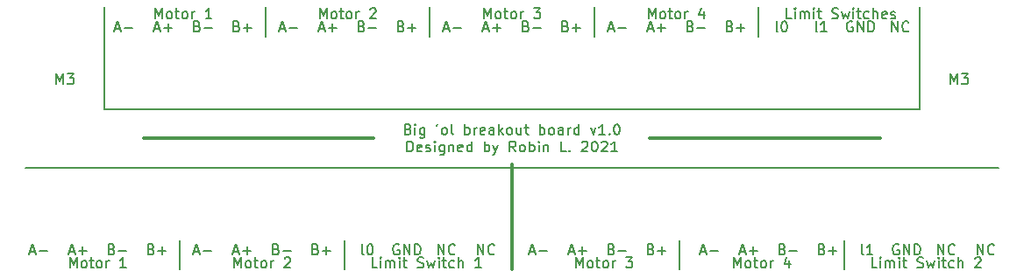
<source format=gto>
G04 #@! TF.GenerationSoftware,KiCad,Pcbnew,(5.1.9)-1*
G04 #@! TF.CreationDate,2021-10-13T12:16:08-04:00*
G04 #@! TF.ProjectId,doublemag-breakout-big,646f7562-6c65-46d6-9167-2d627265616b,rev?*
G04 #@! TF.SameCoordinates,Original*
G04 #@! TF.FileFunction,Legend,Top*
G04 #@! TF.FilePolarity,Positive*
%FSLAX46Y46*%
G04 Gerber Fmt 4.6, Leading zero omitted, Abs format (unit mm)*
G04 Created by KiCad (PCBNEW (5.1.9)-1) date 2021-10-13 12:16:08*
%MOMM*%
%LPD*%
G01*
G04 APERTURE LIST*
%ADD10C,0.200000*%
%ADD11C,0.150000*%
%ADD12C,0.350000*%
%ADD13C,6.400000*%
%ADD14C,2.000000*%
%ADD15R,2.000000X2.000000*%
G04 APERTURE END LIST*
D10*
X82232500Y-79692500D02*
X82232500Y-82550000D01*
X98107500Y-79692500D02*
X98107500Y-82550000D01*
X130492500Y-79692500D02*
X130492500Y-82550000D01*
X146367500Y-79692500D02*
X146367500Y-82550000D01*
X138112500Y-57150000D02*
X138112500Y-60007500D01*
X122237500Y-57150000D02*
X122237500Y-60007500D01*
X106362500Y-57150000D02*
X106362500Y-60007500D01*
X90487500Y-57150000D02*
X90487500Y-60007500D01*
D11*
X151638095Y-80145000D02*
X151542857Y-80097380D01*
X151400000Y-80097380D01*
X151257142Y-80145000D01*
X151161904Y-80240238D01*
X151114285Y-80335476D01*
X151066666Y-80525952D01*
X151066666Y-80668809D01*
X151114285Y-80859285D01*
X151161904Y-80954523D01*
X151257142Y-81049761D01*
X151400000Y-81097380D01*
X151495238Y-81097380D01*
X151638095Y-81049761D01*
X151685714Y-81002142D01*
X151685714Y-80668809D01*
X151495238Y-80668809D01*
X152114285Y-81097380D02*
X152114285Y-80097380D01*
X152685714Y-81097380D01*
X152685714Y-80097380D01*
X153161904Y-81097380D02*
X153161904Y-80097380D01*
X153400000Y-80097380D01*
X153542857Y-80145000D01*
X153638095Y-80240238D01*
X153685714Y-80335476D01*
X153733333Y-80525952D01*
X153733333Y-80668809D01*
X153685714Y-80859285D01*
X153638095Y-80954523D01*
X153542857Y-81049761D01*
X153400000Y-81097380D01*
X153161904Y-81097380D01*
X148232857Y-81097380D02*
X148137619Y-81049761D01*
X148090000Y-80954523D01*
X148090000Y-80097380D01*
X149137619Y-81097380D02*
X148566190Y-81097380D01*
X148851904Y-81097380D02*
X148851904Y-80097380D01*
X148756666Y-80240238D01*
X148661428Y-80335476D01*
X148566190Y-80383095D01*
X159234285Y-81097380D02*
X159234285Y-80097380D01*
X159805714Y-81097380D01*
X159805714Y-80097380D01*
X160853333Y-81002142D02*
X160805714Y-81049761D01*
X160662857Y-81097380D01*
X160567619Y-81097380D01*
X160424761Y-81049761D01*
X160329523Y-80954523D01*
X160281904Y-80859285D01*
X160234285Y-80668809D01*
X160234285Y-80525952D01*
X160281904Y-80335476D01*
X160329523Y-80240238D01*
X160424761Y-80145000D01*
X160567619Y-80097380D01*
X160662857Y-80097380D01*
X160805714Y-80145000D01*
X160853333Y-80192619D01*
X155424285Y-81097380D02*
X155424285Y-80097380D01*
X155995714Y-81097380D01*
X155995714Y-80097380D01*
X157043333Y-81002142D02*
X156995714Y-81049761D01*
X156852857Y-81097380D01*
X156757619Y-81097380D01*
X156614761Y-81049761D01*
X156519523Y-80954523D01*
X156471904Y-80859285D01*
X156424285Y-80668809D01*
X156424285Y-80525952D01*
X156471904Y-80335476D01*
X156519523Y-80240238D01*
X156614761Y-80145000D01*
X156757619Y-80097380D01*
X156852857Y-80097380D01*
X156995714Y-80145000D01*
X157043333Y-80192619D01*
X110974285Y-81097380D02*
X110974285Y-80097380D01*
X111545714Y-81097380D01*
X111545714Y-80097380D01*
X112593333Y-81002142D02*
X112545714Y-81049761D01*
X112402857Y-81097380D01*
X112307619Y-81097380D01*
X112164761Y-81049761D01*
X112069523Y-80954523D01*
X112021904Y-80859285D01*
X111974285Y-80668809D01*
X111974285Y-80525952D01*
X112021904Y-80335476D01*
X112069523Y-80240238D01*
X112164761Y-80145000D01*
X112307619Y-80097380D01*
X112402857Y-80097380D01*
X112545714Y-80145000D01*
X112593333Y-80192619D01*
X107164285Y-81097380D02*
X107164285Y-80097380D01*
X107735714Y-81097380D01*
X107735714Y-80097380D01*
X108783333Y-81002142D02*
X108735714Y-81049761D01*
X108592857Y-81097380D01*
X108497619Y-81097380D01*
X108354761Y-81049761D01*
X108259523Y-80954523D01*
X108211904Y-80859285D01*
X108164285Y-80668809D01*
X108164285Y-80525952D01*
X108211904Y-80335476D01*
X108259523Y-80240238D01*
X108354761Y-80145000D01*
X108497619Y-80097380D01*
X108592857Y-80097380D01*
X108735714Y-80145000D01*
X108783333Y-80192619D01*
X103378095Y-80145000D02*
X103282857Y-80097380D01*
X103140000Y-80097380D01*
X102997142Y-80145000D01*
X102901904Y-80240238D01*
X102854285Y-80335476D01*
X102806666Y-80525952D01*
X102806666Y-80668809D01*
X102854285Y-80859285D01*
X102901904Y-80954523D01*
X102997142Y-81049761D01*
X103140000Y-81097380D01*
X103235238Y-81097380D01*
X103378095Y-81049761D01*
X103425714Y-81002142D01*
X103425714Y-80668809D01*
X103235238Y-80668809D01*
X103854285Y-81097380D02*
X103854285Y-80097380D01*
X104425714Y-81097380D01*
X104425714Y-80097380D01*
X104901904Y-81097380D02*
X104901904Y-80097380D01*
X105140000Y-80097380D01*
X105282857Y-80145000D01*
X105378095Y-80240238D01*
X105425714Y-80335476D01*
X105473333Y-80525952D01*
X105473333Y-80668809D01*
X105425714Y-80859285D01*
X105378095Y-80954523D01*
X105282857Y-81049761D01*
X105140000Y-81097380D01*
X104901904Y-81097380D01*
X99972857Y-81097380D02*
X99877619Y-81049761D01*
X99830000Y-80954523D01*
X99830000Y-80097380D01*
X100544285Y-80097380D02*
X100639523Y-80097380D01*
X100734761Y-80145000D01*
X100782380Y-80192619D01*
X100830000Y-80287857D01*
X100877619Y-80478333D01*
X100877619Y-80716428D01*
X100830000Y-80906904D01*
X100782380Y-81002142D01*
X100734761Y-81049761D01*
X100639523Y-81097380D01*
X100544285Y-81097380D01*
X100449047Y-81049761D01*
X100401428Y-81002142D01*
X100353809Y-80906904D01*
X100306190Y-80716428D01*
X100306190Y-80478333D01*
X100353809Y-80287857D01*
X100401428Y-80192619D01*
X100449047Y-80145000D01*
X100544285Y-80097380D01*
X150979285Y-59507380D02*
X150979285Y-58507380D01*
X151550714Y-59507380D01*
X151550714Y-58507380D01*
X152598333Y-59412142D02*
X152550714Y-59459761D01*
X152407857Y-59507380D01*
X152312619Y-59507380D01*
X152169761Y-59459761D01*
X152074523Y-59364523D01*
X152026904Y-59269285D01*
X151979285Y-59078809D01*
X151979285Y-58935952D01*
X152026904Y-58745476D01*
X152074523Y-58650238D01*
X152169761Y-58555000D01*
X152312619Y-58507380D01*
X152407857Y-58507380D01*
X152550714Y-58555000D01*
X152598333Y-58602619D01*
X147193095Y-58555000D02*
X147097857Y-58507380D01*
X146955000Y-58507380D01*
X146812142Y-58555000D01*
X146716904Y-58650238D01*
X146669285Y-58745476D01*
X146621666Y-58935952D01*
X146621666Y-59078809D01*
X146669285Y-59269285D01*
X146716904Y-59364523D01*
X146812142Y-59459761D01*
X146955000Y-59507380D01*
X147050238Y-59507380D01*
X147193095Y-59459761D01*
X147240714Y-59412142D01*
X147240714Y-59078809D01*
X147050238Y-59078809D01*
X147669285Y-59507380D02*
X147669285Y-58507380D01*
X148240714Y-59507380D01*
X148240714Y-58507380D01*
X148716904Y-59507380D02*
X148716904Y-58507380D01*
X148955000Y-58507380D01*
X149097857Y-58555000D01*
X149193095Y-58650238D01*
X149240714Y-58745476D01*
X149288333Y-58935952D01*
X149288333Y-59078809D01*
X149240714Y-59269285D01*
X149193095Y-59364523D01*
X149097857Y-59459761D01*
X148955000Y-59507380D01*
X148716904Y-59507380D01*
X143787857Y-59507380D02*
X143692619Y-59459761D01*
X143645000Y-59364523D01*
X143645000Y-58507380D01*
X144692619Y-59507380D02*
X144121190Y-59507380D01*
X144406904Y-59507380D02*
X144406904Y-58507380D01*
X144311666Y-58650238D01*
X144216428Y-58745476D01*
X144121190Y-58793095D01*
X139977857Y-59507380D02*
X139882619Y-59459761D01*
X139835000Y-59364523D01*
X139835000Y-58507380D01*
X140549285Y-58507380D02*
X140644523Y-58507380D01*
X140739761Y-58555000D01*
X140787380Y-58602619D01*
X140835000Y-58697857D01*
X140882619Y-58888333D01*
X140882619Y-59126428D01*
X140835000Y-59316904D01*
X140787380Y-59412142D01*
X140739761Y-59459761D01*
X140644523Y-59507380D01*
X140549285Y-59507380D01*
X140454047Y-59459761D01*
X140406428Y-59412142D01*
X140358809Y-59316904D01*
X140311190Y-59126428D01*
X140311190Y-58888333D01*
X140358809Y-58697857D01*
X140406428Y-58602619D01*
X140454047Y-58555000D01*
X140549285Y-58507380D01*
X79462380Y-80573571D02*
X79605238Y-80621190D01*
X79652857Y-80668809D01*
X79700476Y-80764047D01*
X79700476Y-80906904D01*
X79652857Y-81002142D01*
X79605238Y-81049761D01*
X79510000Y-81097380D01*
X79129047Y-81097380D01*
X79129047Y-80097380D01*
X79462380Y-80097380D01*
X79557619Y-80145000D01*
X79605238Y-80192619D01*
X79652857Y-80287857D01*
X79652857Y-80383095D01*
X79605238Y-80478333D01*
X79557619Y-80525952D01*
X79462380Y-80573571D01*
X79129047Y-80573571D01*
X80129047Y-80716428D02*
X80890952Y-80716428D01*
X80510000Y-81097380D02*
X80510000Y-80335476D01*
X71532857Y-80811666D02*
X72009047Y-80811666D01*
X71437619Y-81097380D02*
X71770952Y-80097380D01*
X72104285Y-81097380D01*
X72437619Y-80716428D02*
X73199523Y-80716428D01*
X72818571Y-81097380D02*
X72818571Y-80335476D01*
X75652380Y-80573571D02*
X75795238Y-80621190D01*
X75842857Y-80668809D01*
X75890476Y-80764047D01*
X75890476Y-80906904D01*
X75842857Y-81002142D01*
X75795238Y-81049761D01*
X75700000Y-81097380D01*
X75319047Y-81097380D01*
X75319047Y-80097380D01*
X75652380Y-80097380D01*
X75747619Y-80145000D01*
X75795238Y-80192619D01*
X75842857Y-80287857D01*
X75842857Y-80383095D01*
X75795238Y-80478333D01*
X75747619Y-80525952D01*
X75652380Y-80573571D01*
X75319047Y-80573571D01*
X76319047Y-80716428D02*
X77080952Y-80716428D01*
X67722857Y-80811666D02*
X68199047Y-80811666D01*
X67627619Y-81097380D02*
X67960952Y-80097380D01*
X68294285Y-81097380D01*
X68627619Y-80716428D02*
X69389523Y-80716428D01*
X87407857Y-80811666D02*
X87884047Y-80811666D01*
X87312619Y-81097380D02*
X87645952Y-80097380D01*
X87979285Y-81097380D01*
X88312619Y-80716428D02*
X89074523Y-80716428D01*
X88693571Y-81097380D02*
X88693571Y-80335476D01*
X83597857Y-80811666D02*
X84074047Y-80811666D01*
X83502619Y-81097380D02*
X83835952Y-80097380D01*
X84169285Y-81097380D01*
X84502619Y-80716428D02*
X85264523Y-80716428D01*
X95337380Y-80573571D02*
X95480238Y-80621190D01*
X95527857Y-80668809D01*
X95575476Y-80764047D01*
X95575476Y-80906904D01*
X95527857Y-81002142D01*
X95480238Y-81049761D01*
X95385000Y-81097380D01*
X95004047Y-81097380D01*
X95004047Y-80097380D01*
X95337380Y-80097380D01*
X95432619Y-80145000D01*
X95480238Y-80192619D01*
X95527857Y-80287857D01*
X95527857Y-80383095D01*
X95480238Y-80478333D01*
X95432619Y-80525952D01*
X95337380Y-80573571D01*
X95004047Y-80573571D01*
X96004047Y-80716428D02*
X96765952Y-80716428D01*
X96385000Y-81097380D02*
X96385000Y-80335476D01*
X91527380Y-80573571D02*
X91670238Y-80621190D01*
X91717857Y-80668809D01*
X91765476Y-80764047D01*
X91765476Y-80906904D01*
X91717857Y-81002142D01*
X91670238Y-81049761D01*
X91575000Y-81097380D01*
X91194047Y-81097380D01*
X91194047Y-80097380D01*
X91527380Y-80097380D01*
X91622619Y-80145000D01*
X91670238Y-80192619D01*
X91717857Y-80287857D01*
X91717857Y-80383095D01*
X91670238Y-80478333D01*
X91622619Y-80525952D01*
X91527380Y-80573571D01*
X91194047Y-80573571D01*
X92194047Y-80716428D02*
X92955952Y-80716428D01*
X119792857Y-80811666D02*
X120269047Y-80811666D01*
X119697619Y-81097380D02*
X120030952Y-80097380D01*
X120364285Y-81097380D01*
X120697619Y-80716428D02*
X121459523Y-80716428D01*
X121078571Y-81097380D02*
X121078571Y-80335476D01*
X115982857Y-80811666D02*
X116459047Y-80811666D01*
X115887619Y-81097380D02*
X116220952Y-80097380D01*
X116554285Y-81097380D01*
X116887619Y-80716428D02*
X117649523Y-80716428D01*
X123912380Y-80573571D02*
X124055238Y-80621190D01*
X124102857Y-80668809D01*
X124150476Y-80764047D01*
X124150476Y-80906904D01*
X124102857Y-81002142D01*
X124055238Y-81049761D01*
X123960000Y-81097380D01*
X123579047Y-81097380D01*
X123579047Y-80097380D01*
X123912380Y-80097380D01*
X124007619Y-80145000D01*
X124055238Y-80192619D01*
X124102857Y-80287857D01*
X124102857Y-80383095D01*
X124055238Y-80478333D01*
X124007619Y-80525952D01*
X123912380Y-80573571D01*
X123579047Y-80573571D01*
X124579047Y-80716428D02*
X125340952Y-80716428D01*
X127722380Y-80573571D02*
X127865238Y-80621190D01*
X127912857Y-80668809D01*
X127960476Y-80764047D01*
X127960476Y-80906904D01*
X127912857Y-81002142D01*
X127865238Y-81049761D01*
X127770000Y-81097380D01*
X127389047Y-81097380D01*
X127389047Y-80097380D01*
X127722380Y-80097380D01*
X127817619Y-80145000D01*
X127865238Y-80192619D01*
X127912857Y-80287857D01*
X127912857Y-80383095D01*
X127865238Y-80478333D01*
X127817619Y-80525952D01*
X127722380Y-80573571D01*
X127389047Y-80573571D01*
X128389047Y-80716428D02*
X129150952Y-80716428D01*
X128770000Y-81097380D02*
X128770000Y-80335476D01*
X132492857Y-80811666D02*
X132969047Y-80811666D01*
X132397619Y-81097380D02*
X132730952Y-80097380D01*
X133064285Y-81097380D01*
X133397619Y-80716428D02*
X134159523Y-80716428D01*
X136302857Y-80811666D02*
X136779047Y-80811666D01*
X136207619Y-81097380D02*
X136540952Y-80097380D01*
X136874285Y-81097380D01*
X137207619Y-80716428D02*
X137969523Y-80716428D01*
X137588571Y-81097380D02*
X137588571Y-80335476D01*
X144232380Y-80573571D02*
X144375238Y-80621190D01*
X144422857Y-80668809D01*
X144470476Y-80764047D01*
X144470476Y-80906904D01*
X144422857Y-81002142D01*
X144375238Y-81049761D01*
X144280000Y-81097380D01*
X143899047Y-81097380D01*
X143899047Y-80097380D01*
X144232380Y-80097380D01*
X144327619Y-80145000D01*
X144375238Y-80192619D01*
X144422857Y-80287857D01*
X144422857Y-80383095D01*
X144375238Y-80478333D01*
X144327619Y-80525952D01*
X144232380Y-80573571D01*
X143899047Y-80573571D01*
X144899047Y-80716428D02*
X145660952Y-80716428D01*
X145280000Y-81097380D02*
X145280000Y-80335476D01*
X140422380Y-80573571D02*
X140565238Y-80621190D01*
X140612857Y-80668809D01*
X140660476Y-80764047D01*
X140660476Y-80906904D01*
X140612857Y-81002142D01*
X140565238Y-81049761D01*
X140470000Y-81097380D01*
X140089047Y-81097380D01*
X140089047Y-80097380D01*
X140422380Y-80097380D01*
X140517619Y-80145000D01*
X140565238Y-80192619D01*
X140612857Y-80287857D01*
X140612857Y-80383095D01*
X140565238Y-80478333D01*
X140517619Y-80525952D01*
X140422380Y-80573571D01*
X140089047Y-80573571D01*
X141089047Y-80716428D02*
X141850952Y-80716428D01*
X123602857Y-59221666D02*
X124079047Y-59221666D01*
X123507619Y-59507380D02*
X123840952Y-58507380D01*
X124174285Y-59507380D01*
X124507619Y-59126428D02*
X125269523Y-59126428D01*
X135342380Y-58983571D02*
X135485238Y-59031190D01*
X135532857Y-59078809D01*
X135580476Y-59174047D01*
X135580476Y-59316904D01*
X135532857Y-59412142D01*
X135485238Y-59459761D01*
X135390000Y-59507380D01*
X135009047Y-59507380D01*
X135009047Y-58507380D01*
X135342380Y-58507380D01*
X135437619Y-58555000D01*
X135485238Y-58602619D01*
X135532857Y-58697857D01*
X135532857Y-58793095D01*
X135485238Y-58888333D01*
X135437619Y-58935952D01*
X135342380Y-58983571D01*
X135009047Y-58983571D01*
X136009047Y-59126428D02*
X136770952Y-59126428D01*
X136390000Y-59507380D02*
X136390000Y-58745476D01*
X127412857Y-59221666D02*
X127889047Y-59221666D01*
X127317619Y-59507380D02*
X127650952Y-58507380D01*
X127984285Y-59507380D01*
X128317619Y-59126428D02*
X129079523Y-59126428D01*
X128698571Y-59507380D02*
X128698571Y-58745476D01*
X131532380Y-58983571D02*
X131675238Y-59031190D01*
X131722857Y-59078809D01*
X131770476Y-59174047D01*
X131770476Y-59316904D01*
X131722857Y-59412142D01*
X131675238Y-59459761D01*
X131580000Y-59507380D01*
X131199047Y-59507380D01*
X131199047Y-58507380D01*
X131532380Y-58507380D01*
X131627619Y-58555000D01*
X131675238Y-58602619D01*
X131722857Y-58697857D01*
X131722857Y-58793095D01*
X131675238Y-58888333D01*
X131627619Y-58935952D01*
X131532380Y-58983571D01*
X131199047Y-58983571D01*
X132199047Y-59126428D02*
X132960952Y-59126428D01*
X107727857Y-59221666D02*
X108204047Y-59221666D01*
X107632619Y-59507380D02*
X107965952Y-58507380D01*
X108299285Y-59507380D01*
X108632619Y-59126428D02*
X109394523Y-59126428D01*
X111537857Y-59221666D02*
X112014047Y-59221666D01*
X111442619Y-59507380D02*
X111775952Y-58507380D01*
X112109285Y-59507380D01*
X112442619Y-59126428D02*
X113204523Y-59126428D01*
X112823571Y-59507380D02*
X112823571Y-58745476D01*
X119467380Y-58983571D02*
X119610238Y-59031190D01*
X119657857Y-59078809D01*
X119705476Y-59174047D01*
X119705476Y-59316904D01*
X119657857Y-59412142D01*
X119610238Y-59459761D01*
X119515000Y-59507380D01*
X119134047Y-59507380D01*
X119134047Y-58507380D01*
X119467380Y-58507380D01*
X119562619Y-58555000D01*
X119610238Y-58602619D01*
X119657857Y-58697857D01*
X119657857Y-58793095D01*
X119610238Y-58888333D01*
X119562619Y-58935952D01*
X119467380Y-58983571D01*
X119134047Y-58983571D01*
X120134047Y-59126428D02*
X120895952Y-59126428D01*
X120515000Y-59507380D02*
X120515000Y-58745476D01*
X115657380Y-58983571D02*
X115800238Y-59031190D01*
X115847857Y-59078809D01*
X115895476Y-59174047D01*
X115895476Y-59316904D01*
X115847857Y-59412142D01*
X115800238Y-59459761D01*
X115705000Y-59507380D01*
X115324047Y-59507380D01*
X115324047Y-58507380D01*
X115657380Y-58507380D01*
X115752619Y-58555000D01*
X115800238Y-58602619D01*
X115847857Y-58697857D01*
X115847857Y-58793095D01*
X115800238Y-58888333D01*
X115752619Y-58935952D01*
X115657380Y-58983571D01*
X115324047Y-58983571D01*
X116324047Y-59126428D02*
X117085952Y-59126428D01*
X95662857Y-59221666D02*
X96139047Y-59221666D01*
X95567619Y-59507380D02*
X95900952Y-58507380D01*
X96234285Y-59507380D01*
X96567619Y-59126428D02*
X97329523Y-59126428D01*
X96948571Y-59507380D02*
X96948571Y-58745476D01*
X103592380Y-58983571D02*
X103735238Y-59031190D01*
X103782857Y-59078809D01*
X103830476Y-59174047D01*
X103830476Y-59316904D01*
X103782857Y-59412142D01*
X103735238Y-59459761D01*
X103640000Y-59507380D01*
X103259047Y-59507380D01*
X103259047Y-58507380D01*
X103592380Y-58507380D01*
X103687619Y-58555000D01*
X103735238Y-58602619D01*
X103782857Y-58697857D01*
X103782857Y-58793095D01*
X103735238Y-58888333D01*
X103687619Y-58935952D01*
X103592380Y-58983571D01*
X103259047Y-58983571D01*
X104259047Y-59126428D02*
X105020952Y-59126428D01*
X104640000Y-59507380D02*
X104640000Y-58745476D01*
X91852857Y-59221666D02*
X92329047Y-59221666D01*
X91757619Y-59507380D02*
X92090952Y-58507380D01*
X92424285Y-59507380D01*
X92757619Y-59126428D02*
X93519523Y-59126428D01*
X99782380Y-58983571D02*
X99925238Y-59031190D01*
X99972857Y-59078809D01*
X100020476Y-59174047D01*
X100020476Y-59316904D01*
X99972857Y-59412142D01*
X99925238Y-59459761D01*
X99830000Y-59507380D01*
X99449047Y-59507380D01*
X99449047Y-58507380D01*
X99782380Y-58507380D01*
X99877619Y-58555000D01*
X99925238Y-58602619D01*
X99972857Y-58697857D01*
X99972857Y-58793095D01*
X99925238Y-58888333D01*
X99877619Y-58935952D01*
X99782380Y-58983571D01*
X99449047Y-58983571D01*
X100449047Y-59126428D02*
X101210952Y-59126428D01*
X87717380Y-58983571D02*
X87860238Y-59031190D01*
X87907857Y-59078809D01*
X87955476Y-59174047D01*
X87955476Y-59316904D01*
X87907857Y-59412142D01*
X87860238Y-59459761D01*
X87765000Y-59507380D01*
X87384047Y-59507380D01*
X87384047Y-58507380D01*
X87717380Y-58507380D01*
X87812619Y-58555000D01*
X87860238Y-58602619D01*
X87907857Y-58697857D01*
X87907857Y-58793095D01*
X87860238Y-58888333D01*
X87812619Y-58935952D01*
X87717380Y-58983571D01*
X87384047Y-58983571D01*
X88384047Y-59126428D02*
X89145952Y-59126428D01*
X88765000Y-59507380D02*
X88765000Y-58745476D01*
X83907380Y-58983571D02*
X84050238Y-59031190D01*
X84097857Y-59078809D01*
X84145476Y-59174047D01*
X84145476Y-59316904D01*
X84097857Y-59412142D01*
X84050238Y-59459761D01*
X83955000Y-59507380D01*
X83574047Y-59507380D01*
X83574047Y-58507380D01*
X83907380Y-58507380D01*
X84002619Y-58555000D01*
X84050238Y-58602619D01*
X84097857Y-58697857D01*
X84097857Y-58793095D01*
X84050238Y-58888333D01*
X84002619Y-58935952D01*
X83907380Y-58983571D01*
X83574047Y-58983571D01*
X84574047Y-59126428D02*
X85335952Y-59126428D01*
X79787857Y-59221666D02*
X80264047Y-59221666D01*
X79692619Y-59507380D02*
X80025952Y-58507380D01*
X80359285Y-59507380D01*
X80692619Y-59126428D02*
X81454523Y-59126428D01*
X81073571Y-59507380D02*
X81073571Y-58745476D01*
X75977857Y-59221666D02*
X76454047Y-59221666D01*
X75882619Y-59507380D02*
X76215952Y-58507380D01*
X76549285Y-59507380D01*
X76882619Y-59126428D02*
X77644523Y-59126428D01*
D12*
X127635000Y-69850000D02*
X149860000Y-69850000D01*
X78740000Y-69850000D02*
X100965000Y-69850000D01*
D10*
X153670000Y-57150000D02*
X153670000Y-66992500D01*
X74930000Y-57150000D02*
X74930000Y-66992500D01*
X74930000Y-66992500D02*
X153670000Y-66992500D01*
X114300000Y-72707500D02*
X161290000Y-72707500D01*
X114300000Y-72707500D02*
X67310000Y-72707500D01*
D12*
X114300000Y-82550000D02*
X114300000Y-72390000D01*
D11*
X149543095Y-82367380D02*
X149066904Y-82367380D01*
X149066904Y-81367380D01*
X149876428Y-82367380D02*
X149876428Y-81700714D01*
X149876428Y-81367380D02*
X149828809Y-81415000D01*
X149876428Y-81462619D01*
X149924047Y-81415000D01*
X149876428Y-81367380D01*
X149876428Y-81462619D01*
X150352619Y-82367380D02*
X150352619Y-81700714D01*
X150352619Y-81795952D02*
X150400238Y-81748333D01*
X150495476Y-81700714D01*
X150638333Y-81700714D01*
X150733571Y-81748333D01*
X150781190Y-81843571D01*
X150781190Y-82367380D01*
X150781190Y-81843571D02*
X150828809Y-81748333D01*
X150924047Y-81700714D01*
X151066904Y-81700714D01*
X151162142Y-81748333D01*
X151209761Y-81843571D01*
X151209761Y-82367380D01*
X151685952Y-82367380D02*
X151685952Y-81700714D01*
X151685952Y-81367380D02*
X151638333Y-81415000D01*
X151685952Y-81462619D01*
X151733571Y-81415000D01*
X151685952Y-81367380D01*
X151685952Y-81462619D01*
X152019285Y-81700714D02*
X152400238Y-81700714D01*
X152162142Y-81367380D02*
X152162142Y-82224523D01*
X152209761Y-82319761D01*
X152305000Y-82367380D01*
X152400238Y-82367380D01*
X153447857Y-82319761D02*
X153590714Y-82367380D01*
X153828809Y-82367380D01*
X153924047Y-82319761D01*
X153971666Y-82272142D01*
X154019285Y-82176904D01*
X154019285Y-82081666D01*
X153971666Y-81986428D01*
X153924047Y-81938809D01*
X153828809Y-81891190D01*
X153638333Y-81843571D01*
X153543095Y-81795952D01*
X153495476Y-81748333D01*
X153447857Y-81653095D01*
X153447857Y-81557857D01*
X153495476Y-81462619D01*
X153543095Y-81415000D01*
X153638333Y-81367380D01*
X153876428Y-81367380D01*
X154019285Y-81415000D01*
X154352619Y-81700714D02*
X154543095Y-82367380D01*
X154733571Y-81891190D01*
X154924047Y-82367380D01*
X155114523Y-81700714D01*
X155495476Y-82367380D02*
X155495476Y-81700714D01*
X155495476Y-81367380D02*
X155447857Y-81415000D01*
X155495476Y-81462619D01*
X155543095Y-81415000D01*
X155495476Y-81367380D01*
X155495476Y-81462619D01*
X155828809Y-81700714D02*
X156209761Y-81700714D01*
X155971666Y-81367380D02*
X155971666Y-82224523D01*
X156019285Y-82319761D01*
X156114523Y-82367380D01*
X156209761Y-82367380D01*
X156971666Y-82319761D02*
X156876428Y-82367380D01*
X156685952Y-82367380D01*
X156590714Y-82319761D01*
X156543095Y-82272142D01*
X156495476Y-82176904D01*
X156495476Y-81891190D01*
X156543095Y-81795952D01*
X156590714Y-81748333D01*
X156685952Y-81700714D01*
X156876428Y-81700714D01*
X156971666Y-81748333D01*
X157400238Y-82367380D02*
X157400238Y-81367380D01*
X157828809Y-82367380D02*
X157828809Y-81843571D01*
X157781190Y-81748333D01*
X157685952Y-81700714D01*
X157543095Y-81700714D01*
X157447857Y-81748333D01*
X157400238Y-81795952D01*
X159019285Y-81462619D02*
X159066904Y-81415000D01*
X159162142Y-81367380D01*
X159400238Y-81367380D01*
X159495476Y-81415000D01*
X159543095Y-81462619D01*
X159590714Y-81557857D01*
X159590714Y-81653095D01*
X159543095Y-81795952D01*
X158971666Y-82367380D01*
X159590714Y-82367380D01*
X101283095Y-82367380D02*
X100806904Y-82367380D01*
X100806904Y-81367380D01*
X101616428Y-82367380D02*
X101616428Y-81700714D01*
X101616428Y-81367380D02*
X101568809Y-81415000D01*
X101616428Y-81462619D01*
X101664047Y-81415000D01*
X101616428Y-81367380D01*
X101616428Y-81462619D01*
X102092619Y-82367380D02*
X102092619Y-81700714D01*
X102092619Y-81795952D02*
X102140238Y-81748333D01*
X102235476Y-81700714D01*
X102378333Y-81700714D01*
X102473571Y-81748333D01*
X102521190Y-81843571D01*
X102521190Y-82367380D01*
X102521190Y-81843571D02*
X102568809Y-81748333D01*
X102664047Y-81700714D01*
X102806904Y-81700714D01*
X102902142Y-81748333D01*
X102949761Y-81843571D01*
X102949761Y-82367380D01*
X103425952Y-82367380D02*
X103425952Y-81700714D01*
X103425952Y-81367380D02*
X103378333Y-81415000D01*
X103425952Y-81462619D01*
X103473571Y-81415000D01*
X103425952Y-81367380D01*
X103425952Y-81462619D01*
X103759285Y-81700714D02*
X104140238Y-81700714D01*
X103902142Y-81367380D02*
X103902142Y-82224523D01*
X103949761Y-82319761D01*
X104045000Y-82367380D01*
X104140238Y-82367380D01*
X105187857Y-82319761D02*
X105330714Y-82367380D01*
X105568809Y-82367380D01*
X105664047Y-82319761D01*
X105711666Y-82272142D01*
X105759285Y-82176904D01*
X105759285Y-82081666D01*
X105711666Y-81986428D01*
X105664047Y-81938809D01*
X105568809Y-81891190D01*
X105378333Y-81843571D01*
X105283095Y-81795952D01*
X105235476Y-81748333D01*
X105187857Y-81653095D01*
X105187857Y-81557857D01*
X105235476Y-81462619D01*
X105283095Y-81415000D01*
X105378333Y-81367380D01*
X105616428Y-81367380D01*
X105759285Y-81415000D01*
X106092619Y-81700714D02*
X106283095Y-82367380D01*
X106473571Y-81891190D01*
X106664047Y-82367380D01*
X106854523Y-81700714D01*
X107235476Y-82367380D02*
X107235476Y-81700714D01*
X107235476Y-81367380D02*
X107187857Y-81415000D01*
X107235476Y-81462619D01*
X107283095Y-81415000D01*
X107235476Y-81367380D01*
X107235476Y-81462619D01*
X107568809Y-81700714D02*
X107949761Y-81700714D01*
X107711666Y-81367380D02*
X107711666Y-82224523D01*
X107759285Y-82319761D01*
X107854523Y-82367380D01*
X107949761Y-82367380D01*
X108711666Y-82319761D02*
X108616428Y-82367380D01*
X108425952Y-82367380D01*
X108330714Y-82319761D01*
X108283095Y-82272142D01*
X108235476Y-82176904D01*
X108235476Y-81891190D01*
X108283095Y-81795952D01*
X108330714Y-81748333D01*
X108425952Y-81700714D01*
X108616428Y-81700714D01*
X108711666Y-81748333D01*
X109140238Y-82367380D02*
X109140238Y-81367380D01*
X109568809Y-82367380D02*
X109568809Y-81843571D01*
X109521190Y-81748333D01*
X109425952Y-81700714D01*
X109283095Y-81700714D01*
X109187857Y-81748333D01*
X109140238Y-81795952D01*
X111330714Y-82367380D02*
X110759285Y-82367380D01*
X111045000Y-82367380D02*
X111045000Y-81367380D01*
X110949761Y-81510238D01*
X110854523Y-81605476D01*
X110759285Y-81653095D01*
X141311904Y-58237380D02*
X140835714Y-58237380D01*
X140835714Y-57237380D01*
X141645238Y-58237380D02*
X141645238Y-57570714D01*
X141645238Y-57237380D02*
X141597619Y-57285000D01*
X141645238Y-57332619D01*
X141692857Y-57285000D01*
X141645238Y-57237380D01*
X141645238Y-57332619D01*
X142121428Y-58237380D02*
X142121428Y-57570714D01*
X142121428Y-57665952D02*
X142169047Y-57618333D01*
X142264285Y-57570714D01*
X142407142Y-57570714D01*
X142502380Y-57618333D01*
X142550000Y-57713571D01*
X142550000Y-58237380D01*
X142550000Y-57713571D02*
X142597619Y-57618333D01*
X142692857Y-57570714D01*
X142835714Y-57570714D01*
X142930952Y-57618333D01*
X142978571Y-57713571D01*
X142978571Y-58237380D01*
X143454761Y-58237380D02*
X143454761Y-57570714D01*
X143454761Y-57237380D02*
X143407142Y-57285000D01*
X143454761Y-57332619D01*
X143502380Y-57285000D01*
X143454761Y-57237380D01*
X143454761Y-57332619D01*
X143788095Y-57570714D02*
X144169047Y-57570714D01*
X143930952Y-57237380D02*
X143930952Y-58094523D01*
X143978571Y-58189761D01*
X144073809Y-58237380D01*
X144169047Y-58237380D01*
X145216666Y-58189761D02*
X145359523Y-58237380D01*
X145597619Y-58237380D01*
X145692857Y-58189761D01*
X145740476Y-58142142D01*
X145788095Y-58046904D01*
X145788095Y-57951666D01*
X145740476Y-57856428D01*
X145692857Y-57808809D01*
X145597619Y-57761190D01*
X145407142Y-57713571D01*
X145311904Y-57665952D01*
X145264285Y-57618333D01*
X145216666Y-57523095D01*
X145216666Y-57427857D01*
X145264285Y-57332619D01*
X145311904Y-57285000D01*
X145407142Y-57237380D01*
X145645238Y-57237380D01*
X145788095Y-57285000D01*
X146121428Y-57570714D02*
X146311904Y-58237380D01*
X146502380Y-57761190D01*
X146692857Y-58237380D01*
X146883333Y-57570714D01*
X147264285Y-58237380D02*
X147264285Y-57570714D01*
X147264285Y-57237380D02*
X147216666Y-57285000D01*
X147264285Y-57332619D01*
X147311904Y-57285000D01*
X147264285Y-57237380D01*
X147264285Y-57332619D01*
X147597619Y-57570714D02*
X147978571Y-57570714D01*
X147740476Y-57237380D02*
X147740476Y-58094523D01*
X147788095Y-58189761D01*
X147883333Y-58237380D01*
X147978571Y-58237380D01*
X148740476Y-58189761D02*
X148645238Y-58237380D01*
X148454761Y-58237380D01*
X148359523Y-58189761D01*
X148311904Y-58142142D01*
X148264285Y-58046904D01*
X148264285Y-57761190D01*
X148311904Y-57665952D01*
X148359523Y-57618333D01*
X148454761Y-57570714D01*
X148645238Y-57570714D01*
X148740476Y-57618333D01*
X149169047Y-58237380D02*
X149169047Y-57237380D01*
X149597619Y-58237380D02*
X149597619Y-57713571D01*
X149550000Y-57618333D01*
X149454761Y-57570714D01*
X149311904Y-57570714D01*
X149216666Y-57618333D01*
X149169047Y-57665952D01*
X150454761Y-58189761D02*
X150359523Y-58237380D01*
X150169047Y-58237380D01*
X150073809Y-58189761D01*
X150026190Y-58094523D01*
X150026190Y-57713571D01*
X150073809Y-57618333D01*
X150169047Y-57570714D01*
X150359523Y-57570714D01*
X150454761Y-57618333D01*
X150502380Y-57713571D01*
X150502380Y-57808809D01*
X150026190Y-57904047D01*
X150883333Y-58189761D02*
X150978571Y-58237380D01*
X151169047Y-58237380D01*
X151264285Y-58189761D01*
X151311904Y-58094523D01*
X151311904Y-58046904D01*
X151264285Y-57951666D01*
X151169047Y-57904047D01*
X151026190Y-57904047D01*
X150930952Y-57856428D01*
X150883333Y-57761190D01*
X150883333Y-57713571D01*
X150930952Y-57618333D01*
X151026190Y-57570714D01*
X151169047Y-57570714D01*
X151264285Y-57618333D01*
X135739523Y-82367380D02*
X135739523Y-81367380D01*
X136072857Y-82081666D01*
X136406190Y-81367380D01*
X136406190Y-82367380D01*
X137025238Y-82367380D02*
X136930000Y-82319761D01*
X136882380Y-82272142D01*
X136834761Y-82176904D01*
X136834761Y-81891190D01*
X136882380Y-81795952D01*
X136930000Y-81748333D01*
X137025238Y-81700714D01*
X137168095Y-81700714D01*
X137263333Y-81748333D01*
X137310952Y-81795952D01*
X137358571Y-81891190D01*
X137358571Y-82176904D01*
X137310952Y-82272142D01*
X137263333Y-82319761D01*
X137168095Y-82367380D01*
X137025238Y-82367380D01*
X137644285Y-81700714D02*
X138025238Y-81700714D01*
X137787142Y-81367380D02*
X137787142Y-82224523D01*
X137834761Y-82319761D01*
X137930000Y-82367380D01*
X138025238Y-82367380D01*
X138501428Y-82367380D02*
X138406190Y-82319761D01*
X138358571Y-82272142D01*
X138310952Y-82176904D01*
X138310952Y-81891190D01*
X138358571Y-81795952D01*
X138406190Y-81748333D01*
X138501428Y-81700714D01*
X138644285Y-81700714D01*
X138739523Y-81748333D01*
X138787142Y-81795952D01*
X138834761Y-81891190D01*
X138834761Y-82176904D01*
X138787142Y-82272142D01*
X138739523Y-82319761D01*
X138644285Y-82367380D01*
X138501428Y-82367380D01*
X139263333Y-82367380D02*
X139263333Y-81700714D01*
X139263333Y-81891190D02*
X139310952Y-81795952D01*
X139358571Y-81748333D01*
X139453809Y-81700714D01*
X139549047Y-81700714D01*
X141072857Y-81700714D02*
X141072857Y-82367380D01*
X140834761Y-81319761D02*
X140596666Y-82034047D01*
X141215714Y-82034047D01*
X127484523Y-58237380D02*
X127484523Y-57237380D01*
X127817857Y-57951666D01*
X128151190Y-57237380D01*
X128151190Y-58237380D01*
X128770238Y-58237380D02*
X128675000Y-58189761D01*
X128627380Y-58142142D01*
X128579761Y-58046904D01*
X128579761Y-57761190D01*
X128627380Y-57665952D01*
X128675000Y-57618333D01*
X128770238Y-57570714D01*
X128913095Y-57570714D01*
X129008333Y-57618333D01*
X129055952Y-57665952D01*
X129103571Y-57761190D01*
X129103571Y-58046904D01*
X129055952Y-58142142D01*
X129008333Y-58189761D01*
X128913095Y-58237380D01*
X128770238Y-58237380D01*
X129389285Y-57570714D02*
X129770238Y-57570714D01*
X129532142Y-57237380D02*
X129532142Y-58094523D01*
X129579761Y-58189761D01*
X129675000Y-58237380D01*
X129770238Y-58237380D01*
X130246428Y-58237380D02*
X130151190Y-58189761D01*
X130103571Y-58142142D01*
X130055952Y-58046904D01*
X130055952Y-57761190D01*
X130103571Y-57665952D01*
X130151190Y-57618333D01*
X130246428Y-57570714D01*
X130389285Y-57570714D01*
X130484523Y-57618333D01*
X130532142Y-57665952D01*
X130579761Y-57761190D01*
X130579761Y-58046904D01*
X130532142Y-58142142D01*
X130484523Y-58189761D01*
X130389285Y-58237380D01*
X130246428Y-58237380D01*
X131008333Y-58237380D02*
X131008333Y-57570714D01*
X131008333Y-57761190D02*
X131055952Y-57665952D01*
X131103571Y-57618333D01*
X131198809Y-57570714D01*
X131294047Y-57570714D01*
X132817857Y-57570714D02*
X132817857Y-58237380D01*
X132579761Y-57189761D02*
X132341666Y-57904047D01*
X132960714Y-57904047D01*
X120499523Y-82367380D02*
X120499523Y-81367380D01*
X120832857Y-82081666D01*
X121166190Y-81367380D01*
X121166190Y-82367380D01*
X121785238Y-82367380D02*
X121690000Y-82319761D01*
X121642380Y-82272142D01*
X121594761Y-82176904D01*
X121594761Y-81891190D01*
X121642380Y-81795952D01*
X121690000Y-81748333D01*
X121785238Y-81700714D01*
X121928095Y-81700714D01*
X122023333Y-81748333D01*
X122070952Y-81795952D01*
X122118571Y-81891190D01*
X122118571Y-82176904D01*
X122070952Y-82272142D01*
X122023333Y-82319761D01*
X121928095Y-82367380D01*
X121785238Y-82367380D01*
X122404285Y-81700714D02*
X122785238Y-81700714D01*
X122547142Y-81367380D02*
X122547142Y-82224523D01*
X122594761Y-82319761D01*
X122690000Y-82367380D01*
X122785238Y-82367380D01*
X123261428Y-82367380D02*
X123166190Y-82319761D01*
X123118571Y-82272142D01*
X123070952Y-82176904D01*
X123070952Y-81891190D01*
X123118571Y-81795952D01*
X123166190Y-81748333D01*
X123261428Y-81700714D01*
X123404285Y-81700714D01*
X123499523Y-81748333D01*
X123547142Y-81795952D01*
X123594761Y-81891190D01*
X123594761Y-82176904D01*
X123547142Y-82272142D01*
X123499523Y-82319761D01*
X123404285Y-82367380D01*
X123261428Y-82367380D01*
X124023333Y-82367380D02*
X124023333Y-81700714D01*
X124023333Y-81891190D02*
X124070952Y-81795952D01*
X124118571Y-81748333D01*
X124213809Y-81700714D01*
X124309047Y-81700714D01*
X125309047Y-81367380D02*
X125928095Y-81367380D01*
X125594761Y-81748333D01*
X125737619Y-81748333D01*
X125832857Y-81795952D01*
X125880476Y-81843571D01*
X125928095Y-81938809D01*
X125928095Y-82176904D01*
X125880476Y-82272142D01*
X125832857Y-82319761D01*
X125737619Y-82367380D01*
X125451904Y-82367380D01*
X125356666Y-82319761D01*
X125309047Y-82272142D01*
X111609523Y-58237380D02*
X111609523Y-57237380D01*
X111942857Y-57951666D01*
X112276190Y-57237380D01*
X112276190Y-58237380D01*
X112895238Y-58237380D02*
X112800000Y-58189761D01*
X112752380Y-58142142D01*
X112704761Y-58046904D01*
X112704761Y-57761190D01*
X112752380Y-57665952D01*
X112800000Y-57618333D01*
X112895238Y-57570714D01*
X113038095Y-57570714D01*
X113133333Y-57618333D01*
X113180952Y-57665952D01*
X113228571Y-57761190D01*
X113228571Y-58046904D01*
X113180952Y-58142142D01*
X113133333Y-58189761D01*
X113038095Y-58237380D01*
X112895238Y-58237380D01*
X113514285Y-57570714D02*
X113895238Y-57570714D01*
X113657142Y-57237380D02*
X113657142Y-58094523D01*
X113704761Y-58189761D01*
X113800000Y-58237380D01*
X113895238Y-58237380D01*
X114371428Y-58237380D02*
X114276190Y-58189761D01*
X114228571Y-58142142D01*
X114180952Y-58046904D01*
X114180952Y-57761190D01*
X114228571Y-57665952D01*
X114276190Y-57618333D01*
X114371428Y-57570714D01*
X114514285Y-57570714D01*
X114609523Y-57618333D01*
X114657142Y-57665952D01*
X114704761Y-57761190D01*
X114704761Y-58046904D01*
X114657142Y-58142142D01*
X114609523Y-58189761D01*
X114514285Y-58237380D01*
X114371428Y-58237380D01*
X115133333Y-58237380D02*
X115133333Y-57570714D01*
X115133333Y-57761190D02*
X115180952Y-57665952D01*
X115228571Y-57618333D01*
X115323809Y-57570714D01*
X115419047Y-57570714D01*
X116419047Y-57237380D02*
X117038095Y-57237380D01*
X116704761Y-57618333D01*
X116847619Y-57618333D01*
X116942857Y-57665952D01*
X116990476Y-57713571D01*
X117038095Y-57808809D01*
X117038095Y-58046904D01*
X116990476Y-58142142D01*
X116942857Y-58189761D01*
X116847619Y-58237380D01*
X116561904Y-58237380D01*
X116466666Y-58189761D01*
X116419047Y-58142142D01*
X87479523Y-82367380D02*
X87479523Y-81367380D01*
X87812857Y-82081666D01*
X88146190Y-81367380D01*
X88146190Y-82367380D01*
X88765238Y-82367380D02*
X88670000Y-82319761D01*
X88622380Y-82272142D01*
X88574761Y-82176904D01*
X88574761Y-81891190D01*
X88622380Y-81795952D01*
X88670000Y-81748333D01*
X88765238Y-81700714D01*
X88908095Y-81700714D01*
X89003333Y-81748333D01*
X89050952Y-81795952D01*
X89098571Y-81891190D01*
X89098571Y-82176904D01*
X89050952Y-82272142D01*
X89003333Y-82319761D01*
X88908095Y-82367380D01*
X88765238Y-82367380D01*
X89384285Y-81700714D02*
X89765238Y-81700714D01*
X89527142Y-81367380D02*
X89527142Y-82224523D01*
X89574761Y-82319761D01*
X89670000Y-82367380D01*
X89765238Y-82367380D01*
X90241428Y-82367380D02*
X90146190Y-82319761D01*
X90098571Y-82272142D01*
X90050952Y-82176904D01*
X90050952Y-81891190D01*
X90098571Y-81795952D01*
X90146190Y-81748333D01*
X90241428Y-81700714D01*
X90384285Y-81700714D01*
X90479523Y-81748333D01*
X90527142Y-81795952D01*
X90574761Y-81891190D01*
X90574761Y-82176904D01*
X90527142Y-82272142D01*
X90479523Y-82319761D01*
X90384285Y-82367380D01*
X90241428Y-82367380D01*
X91003333Y-82367380D02*
X91003333Y-81700714D01*
X91003333Y-81891190D02*
X91050952Y-81795952D01*
X91098571Y-81748333D01*
X91193809Y-81700714D01*
X91289047Y-81700714D01*
X92336666Y-81462619D02*
X92384285Y-81415000D01*
X92479523Y-81367380D01*
X92717619Y-81367380D01*
X92812857Y-81415000D01*
X92860476Y-81462619D01*
X92908095Y-81557857D01*
X92908095Y-81653095D01*
X92860476Y-81795952D01*
X92289047Y-82367380D01*
X92908095Y-82367380D01*
X95734523Y-58237380D02*
X95734523Y-57237380D01*
X96067857Y-57951666D01*
X96401190Y-57237380D01*
X96401190Y-58237380D01*
X97020238Y-58237380D02*
X96925000Y-58189761D01*
X96877380Y-58142142D01*
X96829761Y-58046904D01*
X96829761Y-57761190D01*
X96877380Y-57665952D01*
X96925000Y-57618333D01*
X97020238Y-57570714D01*
X97163095Y-57570714D01*
X97258333Y-57618333D01*
X97305952Y-57665952D01*
X97353571Y-57761190D01*
X97353571Y-58046904D01*
X97305952Y-58142142D01*
X97258333Y-58189761D01*
X97163095Y-58237380D01*
X97020238Y-58237380D01*
X97639285Y-57570714D02*
X98020238Y-57570714D01*
X97782142Y-57237380D02*
X97782142Y-58094523D01*
X97829761Y-58189761D01*
X97925000Y-58237380D01*
X98020238Y-58237380D01*
X98496428Y-58237380D02*
X98401190Y-58189761D01*
X98353571Y-58142142D01*
X98305952Y-58046904D01*
X98305952Y-57761190D01*
X98353571Y-57665952D01*
X98401190Y-57618333D01*
X98496428Y-57570714D01*
X98639285Y-57570714D01*
X98734523Y-57618333D01*
X98782142Y-57665952D01*
X98829761Y-57761190D01*
X98829761Y-58046904D01*
X98782142Y-58142142D01*
X98734523Y-58189761D01*
X98639285Y-58237380D01*
X98496428Y-58237380D01*
X99258333Y-58237380D02*
X99258333Y-57570714D01*
X99258333Y-57761190D02*
X99305952Y-57665952D01*
X99353571Y-57618333D01*
X99448809Y-57570714D01*
X99544047Y-57570714D01*
X100591666Y-57332619D02*
X100639285Y-57285000D01*
X100734523Y-57237380D01*
X100972619Y-57237380D01*
X101067857Y-57285000D01*
X101115476Y-57332619D01*
X101163095Y-57427857D01*
X101163095Y-57523095D01*
X101115476Y-57665952D01*
X100544047Y-58237380D01*
X101163095Y-58237380D01*
X71604523Y-82367380D02*
X71604523Y-81367380D01*
X71937857Y-82081666D01*
X72271190Y-81367380D01*
X72271190Y-82367380D01*
X72890238Y-82367380D02*
X72795000Y-82319761D01*
X72747380Y-82272142D01*
X72699761Y-82176904D01*
X72699761Y-81891190D01*
X72747380Y-81795952D01*
X72795000Y-81748333D01*
X72890238Y-81700714D01*
X73033095Y-81700714D01*
X73128333Y-81748333D01*
X73175952Y-81795952D01*
X73223571Y-81891190D01*
X73223571Y-82176904D01*
X73175952Y-82272142D01*
X73128333Y-82319761D01*
X73033095Y-82367380D01*
X72890238Y-82367380D01*
X73509285Y-81700714D02*
X73890238Y-81700714D01*
X73652142Y-81367380D02*
X73652142Y-82224523D01*
X73699761Y-82319761D01*
X73795000Y-82367380D01*
X73890238Y-82367380D01*
X74366428Y-82367380D02*
X74271190Y-82319761D01*
X74223571Y-82272142D01*
X74175952Y-82176904D01*
X74175952Y-81891190D01*
X74223571Y-81795952D01*
X74271190Y-81748333D01*
X74366428Y-81700714D01*
X74509285Y-81700714D01*
X74604523Y-81748333D01*
X74652142Y-81795952D01*
X74699761Y-81891190D01*
X74699761Y-82176904D01*
X74652142Y-82272142D01*
X74604523Y-82319761D01*
X74509285Y-82367380D01*
X74366428Y-82367380D01*
X75128333Y-82367380D02*
X75128333Y-81700714D01*
X75128333Y-81891190D02*
X75175952Y-81795952D01*
X75223571Y-81748333D01*
X75318809Y-81700714D01*
X75414047Y-81700714D01*
X77033095Y-82367380D02*
X76461666Y-82367380D01*
X76747380Y-82367380D02*
X76747380Y-81367380D01*
X76652142Y-81510238D01*
X76556904Y-81605476D01*
X76461666Y-81653095D01*
X79859523Y-58237380D02*
X79859523Y-57237380D01*
X80192857Y-57951666D01*
X80526190Y-57237380D01*
X80526190Y-58237380D01*
X81145238Y-58237380D02*
X81050000Y-58189761D01*
X81002380Y-58142142D01*
X80954761Y-58046904D01*
X80954761Y-57761190D01*
X81002380Y-57665952D01*
X81050000Y-57618333D01*
X81145238Y-57570714D01*
X81288095Y-57570714D01*
X81383333Y-57618333D01*
X81430952Y-57665952D01*
X81478571Y-57761190D01*
X81478571Y-58046904D01*
X81430952Y-58142142D01*
X81383333Y-58189761D01*
X81288095Y-58237380D01*
X81145238Y-58237380D01*
X81764285Y-57570714D02*
X82145238Y-57570714D01*
X81907142Y-57237380D02*
X81907142Y-58094523D01*
X81954761Y-58189761D01*
X82050000Y-58237380D01*
X82145238Y-58237380D01*
X82621428Y-58237380D02*
X82526190Y-58189761D01*
X82478571Y-58142142D01*
X82430952Y-58046904D01*
X82430952Y-57761190D01*
X82478571Y-57665952D01*
X82526190Y-57618333D01*
X82621428Y-57570714D01*
X82764285Y-57570714D01*
X82859523Y-57618333D01*
X82907142Y-57665952D01*
X82954761Y-57761190D01*
X82954761Y-58046904D01*
X82907142Y-58142142D01*
X82859523Y-58189761D01*
X82764285Y-58237380D01*
X82621428Y-58237380D01*
X83383333Y-58237380D02*
X83383333Y-57570714D01*
X83383333Y-57761190D02*
X83430952Y-57665952D01*
X83478571Y-57618333D01*
X83573809Y-57570714D01*
X83669047Y-57570714D01*
X85288095Y-58237380D02*
X84716666Y-58237380D01*
X85002380Y-58237380D02*
X85002380Y-57237380D01*
X84907142Y-57380238D01*
X84811904Y-57475476D01*
X84716666Y-57523095D01*
X104276190Y-68953571D02*
X104419047Y-69001190D01*
X104466666Y-69048809D01*
X104514285Y-69144047D01*
X104514285Y-69286904D01*
X104466666Y-69382142D01*
X104419047Y-69429761D01*
X104323809Y-69477380D01*
X103942857Y-69477380D01*
X103942857Y-68477380D01*
X104276190Y-68477380D01*
X104371428Y-68525000D01*
X104419047Y-68572619D01*
X104466666Y-68667857D01*
X104466666Y-68763095D01*
X104419047Y-68858333D01*
X104371428Y-68905952D01*
X104276190Y-68953571D01*
X103942857Y-68953571D01*
X104942857Y-69477380D02*
X104942857Y-68810714D01*
X104942857Y-68477380D02*
X104895238Y-68525000D01*
X104942857Y-68572619D01*
X104990476Y-68525000D01*
X104942857Y-68477380D01*
X104942857Y-68572619D01*
X105847619Y-68810714D02*
X105847619Y-69620238D01*
X105800000Y-69715476D01*
X105752380Y-69763095D01*
X105657142Y-69810714D01*
X105514285Y-69810714D01*
X105419047Y-69763095D01*
X105847619Y-69429761D02*
X105752380Y-69477380D01*
X105561904Y-69477380D01*
X105466666Y-69429761D01*
X105419047Y-69382142D01*
X105371428Y-69286904D01*
X105371428Y-69001190D01*
X105419047Y-68905952D01*
X105466666Y-68858333D01*
X105561904Y-68810714D01*
X105752380Y-68810714D01*
X105847619Y-68858333D01*
X107133333Y-68477380D02*
X107038095Y-68667857D01*
X107704761Y-69477380D02*
X107609523Y-69429761D01*
X107561904Y-69382142D01*
X107514285Y-69286904D01*
X107514285Y-69001190D01*
X107561904Y-68905952D01*
X107609523Y-68858333D01*
X107704761Y-68810714D01*
X107847619Y-68810714D01*
X107942857Y-68858333D01*
X107990476Y-68905952D01*
X108038095Y-69001190D01*
X108038095Y-69286904D01*
X107990476Y-69382142D01*
X107942857Y-69429761D01*
X107847619Y-69477380D01*
X107704761Y-69477380D01*
X108609523Y-69477380D02*
X108514285Y-69429761D01*
X108466666Y-69334523D01*
X108466666Y-68477380D01*
X109752380Y-69477380D02*
X109752380Y-68477380D01*
X109752380Y-68858333D02*
X109847619Y-68810714D01*
X110038095Y-68810714D01*
X110133333Y-68858333D01*
X110180952Y-68905952D01*
X110228571Y-69001190D01*
X110228571Y-69286904D01*
X110180952Y-69382142D01*
X110133333Y-69429761D01*
X110038095Y-69477380D01*
X109847619Y-69477380D01*
X109752380Y-69429761D01*
X110657142Y-69477380D02*
X110657142Y-68810714D01*
X110657142Y-69001190D02*
X110704761Y-68905952D01*
X110752380Y-68858333D01*
X110847619Y-68810714D01*
X110942857Y-68810714D01*
X111657142Y-69429761D02*
X111561904Y-69477380D01*
X111371428Y-69477380D01*
X111276190Y-69429761D01*
X111228571Y-69334523D01*
X111228571Y-68953571D01*
X111276190Y-68858333D01*
X111371428Y-68810714D01*
X111561904Y-68810714D01*
X111657142Y-68858333D01*
X111704761Y-68953571D01*
X111704761Y-69048809D01*
X111228571Y-69144047D01*
X112561904Y-69477380D02*
X112561904Y-68953571D01*
X112514285Y-68858333D01*
X112419047Y-68810714D01*
X112228571Y-68810714D01*
X112133333Y-68858333D01*
X112561904Y-69429761D02*
X112466666Y-69477380D01*
X112228571Y-69477380D01*
X112133333Y-69429761D01*
X112085714Y-69334523D01*
X112085714Y-69239285D01*
X112133333Y-69144047D01*
X112228571Y-69096428D01*
X112466666Y-69096428D01*
X112561904Y-69048809D01*
X113038095Y-69477380D02*
X113038095Y-68477380D01*
X113133333Y-69096428D02*
X113419047Y-69477380D01*
X113419047Y-68810714D02*
X113038095Y-69191666D01*
X113990476Y-69477380D02*
X113895238Y-69429761D01*
X113847619Y-69382142D01*
X113800000Y-69286904D01*
X113800000Y-69001190D01*
X113847619Y-68905952D01*
X113895238Y-68858333D01*
X113990476Y-68810714D01*
X114133333Y-68810714D01*
X114228571Y-68858333D01*
X114276190Y-68905952D01*
X114323809Y-69001190D01*
X114323809Y-69286904D01*
X114276190Y-69382142D01*
X114228571Y-69429761D01*
X114133333Y-69477380D01*
X113990476Y-69477380D01*
X115180952Y-68810714D02*
X115180952Y-69477380D01*
X114752380Y-68810714D02*
X114752380Y-69334523D01*
X114800000Y-69429761D01*
X114895238Y-69477380D01*
X115038095Y-69477380D01*
X115133333Y-69429761D01*
X115180952Y-69382142D01*
X115514285Y-68810714D02*
X115895238Y-68810714D01*
X115657142Y-68477380D02*
X115657142Y-69334523D01*
X115704761Y-69429761D01*
X115800000Y-69477380D01*
X115895238Y-69477380D01*
X116990476Y-69477380D02*
X116990476Y-68477380D01*
X116990476Y-68858333D02*
X117085714Y-68810714D01*
X117276190Y-68810714D01*
X117371428Y-68858333D01*
X117419047Y-68905952D01*
X117466666Y-69001190D01*
X117466666Y-69286904D01*
X117419047Y-69382142D01*
X117371428Y-69429761D01*
X117276190Y-69477380D01*
X117085714Y-69477380D01*
X116990476Y-69429761D01*
X118038095Y-69477380D02*
X117942857Y-69429761D01*
X117895238Y-69382142D01*
X117847619Y-69286904D01*
X117847619Y-69001190D01*
X117895238Y-68905952D01*
X117942857Y-68858333D01*
X118038095Y-68810714D01*
X118180952Y-68810714D01*
X118276190Y-68858333D01*
X118323809Y-68905952D01*
X118371428Y-69001190D01*
X118371428Y-69286904D01*
X118323809Y-69382142D01*
X118276190Y-69429761D01*
X118180952Y-69477380D01*
X118038095Y-69477380D01*
X119228571Y-69477380D02*
X119228571Y-68953571D01*
X119180952Y-68858333D01*
X119085714Y-68810714D01*
X118895238Y-68810714D01*
X118800000Y-68858333D01*
X119228571Y-69429761D02*
X119133333Y-69477380D01*
X118895238Y-69477380D01*
X118800000Y-69429761D01*
X118752380Y-69334523D01*
X118752380Y-69239285D01*
X118800000Y-69144047D01*
X118895238Y-69096428D01*
X119133333Y-69096428D01*
X119228571Y-69048809D01*
X119704761Y-69477380D02*
X119704761Y-68810714D01*
X119704761Y-69001190D02*
X119752380Y-68905952D01*
X119800000Y-68858333D01*
X119895238Y-68810714D01*
X119990476Y-68810714D01*
X120752380Y-69477380D02*
X120752380Y-68477380D01*
X120752380Y-69429761D02*
X120657142Y-69477380D01*
X120466666Y-69477380D01*
X120371428Y-69429761D01*
X120323809Y-69382142D01*
X120276190Y-69286904D01*
X120276190Y-69001190D01*
X120323809Y-68905952D01*
X120371428Y-68858333D01*
X120466666Y-68810714D01*
X120657142Y-68810714D01*
X120752380Y-68858333D01*
X121895238Y-68810714D02*
X122133333Y-69477380D01*
X122371428Y-68810714D01*
X123276190Y-69477380D02*
X122704761Y-69477380D01*
X122990476Y-69477380D02*
X122990476Y-68477380D01*
X122895238Y-68620238D01*
X122800000Y-68715476D01*
X122704761Y-68763095D01*
X123704761Y-69382142D02*
X123752380Y-69429761D01*
X123704761Y-69477380D01*
X123657142Y-69429761D01*
X123704761Y-69382142D01*
X123704761Y-69477380D01*
X124371428Y-68477380D02*
X124466666Y-68477380D01*
X124561904Y-68525000D01*
X124609523Y-68572619D01*
X124657142Y-68667857D01*
X124704761Y-68858333D01*
X124704761Y-69096428D01*
X124657142Y-69286904D01*
X124609523Y-69382142D01*
X124561904Y-69429761D01*
X124466666Y-69477380D01*
X124371428Y-69477380D01*
X124276190Y-69429761D01*
X124228571Y-69382142D01*
X124180952Y-69286904D01*
X124133333Y-69096428D01*
X124133333Y-68858333D01*
X124180952Y-68667857D01*
X124228571Y-68572619D01*
X124276190Y-68525000D01*
X124371428Y-68477380D01*
X104180952Y-71127380D02*
X104180952Y-70127380D01*
X104419047Y-70127380D01*
X104561904Y-70175000D01*
X104657142Y-70270238D01*
X104704761Y-70365476D01*
X104752380Y-70555952D01*
X104752380Y-70698809D01*
X104704761Y-70889285D01*
X104657142Y-70984523D01*
X104561904Y-71079761D01*
X104419047Y-71127380D01*
X104180952Y-71127380D01*
X105561904Y-71079761D02*
X105466666Y-71127380D01*
X105276190Y-71127380D01*
X105180952Y-71079761D01*
X105133333Y-70984523D01*
X105133333Y-70603571D01*
X105180952Y-70508333D01*
X105276190Y-70460714D01*
X105466666Y-70460714D01*
X105561904Y-70508333D01*
X105609523Y-70603571D01*
X105609523Y-70698809D01*
X105133333Y-70794047D01*
X105990476Y-71079761D02*
X106085714Y-71127380D01*
X106276190Y-71127380D01*
X106371428Y-71079761D01*
X106419047Y-70984523D01*
X106419047Y-70936904D01*
X106371428Y-70841666D01*
X106276190Y-70794047D01*
X106133333Y-70794047D01*
X106038095Y-70746428D01*
X105990476Y-70651190D01*
X105990476Y-70603571D01*
X106038095Y-70508333D01*
X106133333Y-70460714D01*
X106276190Y-70460714D01*
X106371428Y-70508333D01*
X106847619Y-71127380D02*
X106847619Y-70460714D01*
X106847619Y-70127380D02*
X106799999Y-70175000D01*
X106847619Y-70222619D01*
X106895238Y-70175000D01*
X106847619Y-70127380D01*
X106847619Y-70222619D01*
X107752380Y-70460714D02*
X107752380Y-71270238D01*
X107704761Y-71365476D01*
X107657142Y-71413095D01*
X107561904Y-71460714D01*
X107419047Y-71460714D01*
X107323809Y-71413095D01*
X107752380Y-71079761D02*
X107657142Y-71127380D01*
X107466666Y-71127380D01*
X107371428Y-71079761D01*
X107323809Y-71032142D01*
X107276190Y-70936904D01*
X107276190Y-70651190D01*
X107323809Y-70555952D01*
X107371428Y-70508333D01*
X107466666Y-70460714D01*
X107657142Y-70460714D01*
X107752380Y-70508333D01*
X108228571Y-70460714D02*
X108228571Y-71127380D01*
X108228571Y-70555952D02*
X108276190Y-70508333D01*
X108371428Y-70460714D01*
X108514285Y-70460714D01*
X108609523Y-70508333D01*
X108657142Y-70603571D01*
X108657142Y-71127380D01*
X109514285Y-71079761D02*
X109419047Y-71127380D01*
X109228571Y-71127380D01*
X109133333Y-71079761D01*
X109085714Y-70984523D01*
X109085714Y-70603571D01*
X109133333Y-70508333D01*
X109228571Y-70460714D01*
X109419047Y-70460714D01*
X109514285Y-70508333D01*
X109561904Y-70603571D01*
X109561904Y-70698809D01*
X109085714Y-70794047D01*
X110419047Y-71127380D02*
X110419047Y-70127380D01*
X110419047Y-71079761D02*
X110323809Y-71127380D01*
X110133333Y-71127380D01*
X110038095Y-71079761D01*
X109990476Y-71032142D01*
X109942857Y-70936904D01*
X109942857Y-70651190D01*
X109990476Y-70555952D01*
X110038095Y-70508333D01*
X110133333Y-70460714D01*
X110323809Y-70460714D01*
X110419047Y-70508333D01*
X111657142Y-71127380D02*
X111657142Y-70127380D01*
X111657142Y-70508333D02*
X111752380Y-70460714D01*
X111942857Y-70460714D01*
X112038095Y-70508333D01*
X112085714Y-70555952D01*
X112133333Y-70651190D01*
X112133333Y-70936904D01*
X112085714Y-71032142D01*
X112038095Y-71079761D01*
X111942857Y-71127380D01*
X111752380Y-71127380D01*
X111657142Y-71079761D01*
X112466666Y-70460714D02*
X112704761Y-71127380D01*
X112942857Y-70460714D02*
X112704761Y-71127380D01*
X112609523Y-71365476D01*
X112561904Y-71413095D01*
X112466666Y-71460714D01*
X114657142Y-71127380D02*
X114323809Y-70651190D01*
X114085714Y-71127380D02*
X114085714Y-70127380D01*
X114466666Y-70127380D01*
X114561904Y-70175000D01*
X114609523Y-70222619D01*
X114657142Y-70317857D01*
X114657142Y-70460714D01*
X114609523Y-70555952D01*
X114561904Y-70603571D01*
X114466666Y-70651190D01*
X114085714Y-70651190D01*
X115228571Y-71127380D02*
X115133333Y-71079761D01*
X115085714Y-71032142D01*
X115038095Y-70936904D01*
X115038095Y-70651190D01*
X115085714Y-70555952D01*
X115133333Y-70508333D01*
X115228571Y-70460714D01*
X115371428Y-70460714D01*
X115466666Y-70508333D01*
X115514285Y-70555952D01*
X115561904Y-70651190D01*
X115561904Y-70936904D01*
X115514285Y-71032142D01*
X115466666Y-71079761D01*
X115371428Y-71127380D01*
X115228571Y-71127380D01*
X115990476Y-71127380D02*
X115990476Y-70127380D01*
X115990476Y-70508333D02*
X116085714Y-70460714D01*
X116276190Y-70460714D01*
X116371428Y-70508333D01*
X116419047Y-70555952D01*
X116466666Y-70651190D01*
X116466666Y-70936904D01*
X116419047Y-71032142D01*
X116371428Y-71079761D01*
X116276190Y-71127380D01*
X116085714Y-71127380D01*
X115990476Y-71079761D01*
X116895238Y-71127380D02*
X116895238Y-70460714D01*
X116895238Y-70127380D02*
X116847619Y-70175000D01*
X116895238Y-70222619D01*
X116942857Y-70175000D01*
X116895238Y-70127380D01*
X116895238Y-70222619D01*
X117371428Y-70460714D02*
X117371428Y-71127380D01*
X117371428Y-70555952D02*
X117419047Y-70508333D01*
X117514285Y-70460714D01*
X117657142Y-70460714D01*
X117752380Y-70508333D01*
X117799999Y-70603571D01*
X117799999Y-71127380D01*
X119514285Y-71127380D02*
X119038095Y-71127380D01*
X119038095Y-70127380D01*
X119847619Y-71032142D02*
X119895238Y-71079761D01*
X119847619Y-71127380D01*
X119799999Y-71079761D01*
X119847619Y-71032142D01*
X119847619Y-71127380D01*
X121038095Y-70222619D02*
X121085714Y-70175000D01*
X121180952Y-70127380D01*
X121419047Y-70127380D01*
X121514285Y-70175000D01*
X121561904Y-70222619D01*
X121609523Y-70317857D01*
X121609523Y-70413095D01*
X121561904Y-70555952D01*
X120990476Y-71127380D01*
X121609523Y-71127380D01*
X122228571Y-70127380D02*
X122323809Y-70127380D01*
X122419047Y-70175000D01*
X122466666Y-70222619D01*
X122514285Y-70317857D01*
X122561904Y-70508333D01*
X122561904Y-70746428D01*
X122514285Y-70936904D01*
X122466666Y-71032142D01*
X122419047Y-71079761D01*
X122323809Y-71127380D01*
X122228571Y-71127380D01*
X122133333Y-71079761D01*
X122085714Y-71032142D01*
X122038095Y-70936904D01*
X121990476Y-70746428D01*
X121990476Y-70508333D01*
X122038095Y-70317857D01*
X122085714Y-70222619D01*
X122133333Y-70175000D01*
X122228571Y-70127380D01*
X122942857Y-70222619D02*
X122990476Y-70175000D01*
X123085714Y-70127380D01*
X123323809Y-70127380D01*
X123419047Y-70175000D01*
X123466666Y-70222619D01*
X123514285Y-70317857D01*
X123514285Y-70413095D01*
X123466666Y-70555952D01*
X122895238Y-71127380D01*
X123514285Y-71127380D01*
X124466666Y-71127380D02*
X123895238Y-71127380D01*
X124180952Y-71127380D02*
X124180952Y-70127380D01*
X124085714Y-70270238D01*
X123990476Y-70365476D01*
X123895238Y-70413095D01*
X70310476Y-64587380D02*
X70310476Y-63587380D01*
X70643809Y-64301666D01*
X70977142Y-63587380D01*
X70977142Y-64587380D01*
X71358095Y-63587380D02*
X71977142Y-63587380D01*
X71643809Y-63968333D01*
X71786666Y-63968333D01*
X71881904Y-64015952D01*
X71929523Y-64063571D01*
X71977142Y-64158809D01*
X71977142Y-64396904D01*
X71929523Y-64492142D01*
X71881904Y-64539761D01*
X71786666Y-64587380D01*
X71500952Y-64587380D01*
X71405714Y-64539761D01*
X71358095Y-64492142D01*
X156670476Y-64587380D02*
X156670476Y-63587380D01*
X157003809Y-64301666D01*
X157337142Y-63587380D01*
X157337142Y-64587380D01*
X157718095Y-63587380D02*
X158337142Y-63587380D01*
X158003809Y-63968333D01*
X158146666Y-63968333D01*
X158241904Y-64015952D01*
X158289523Y-64063571D01*
X158337142Y-64158809D01*
X158337142Y-64396904D01*
X158289523Y-64492142D01*
X158241904Y-64539761D01*
X158146666Y-64587380D01*
X157860952Y-64587380D01*
X157765714Y-64539761D01*
X157718095Y-64492142D01*
%LPC*%
D13*
X157480000Y-68580000D03*
X71120000Y-68580000D03*
D14*
X160020000Y-76200000D03*
X156210000Y-76200000D03*
X152400000Y-76200000D03*
D15*
X148590000Y-76200000D03*
D14*
X144145000Y-76200000D03*
X140335000Y-76200000D03*
X136525000Y-76200000D03*
D15*
X132715000Y-76200000D03*
D14*
X128270000Y-76200000D03*
X124460000Y-76200000D03*
X120650000Y-76200000D03*
D15*
X116840000Y-76200000D03*
D14*
X111760000Y-76200000D03*
X107950000Y-76200000D03*
X104140000Y-76200000D03*
D15*
X100330000Y-76200000D03*
D14*
X95885000Y-76200000D03*
X92075000Y-76200000D03*
X88265000Y-76200000D03*
D15*
X84455000Y-76200000D03*
D14*
X80010000Y-76200000D03*
X76200000Y-76200000D03*
X72390000Y-76200000D03*
D15*
X68580000Y-76200000D03*
D14*
X151765000Y-63500000D03*
X147955000Y-63500000D03*
X144145000Y-63500000D03*
D15*
X140335000Y-63500000D03*
D14*
X135890000Y-63500000D03*
X132080000Y-63500000D03*
X128270000Y-63500000D03*
D15*
X124460000Y-63500000D03*
D14*
X120015000Y-63500000D03*
X116205000Y-63500000D03*
X112395000Y-63500000D03*
D15*
X108585000Y-63500000D03*
D14*
X104140000Y-63500000D03*
X100330000Y-63500000D03*
X96520000Y-63500000D03*
D15*
X92710000Y-63500000D03*
D14*
X88265000Y-63500000D03*
X84455000Y-63500000D03*
X80645000Y-63500000D03*
D15*
X76835000Y-63500000D03*
M02*

</source>
